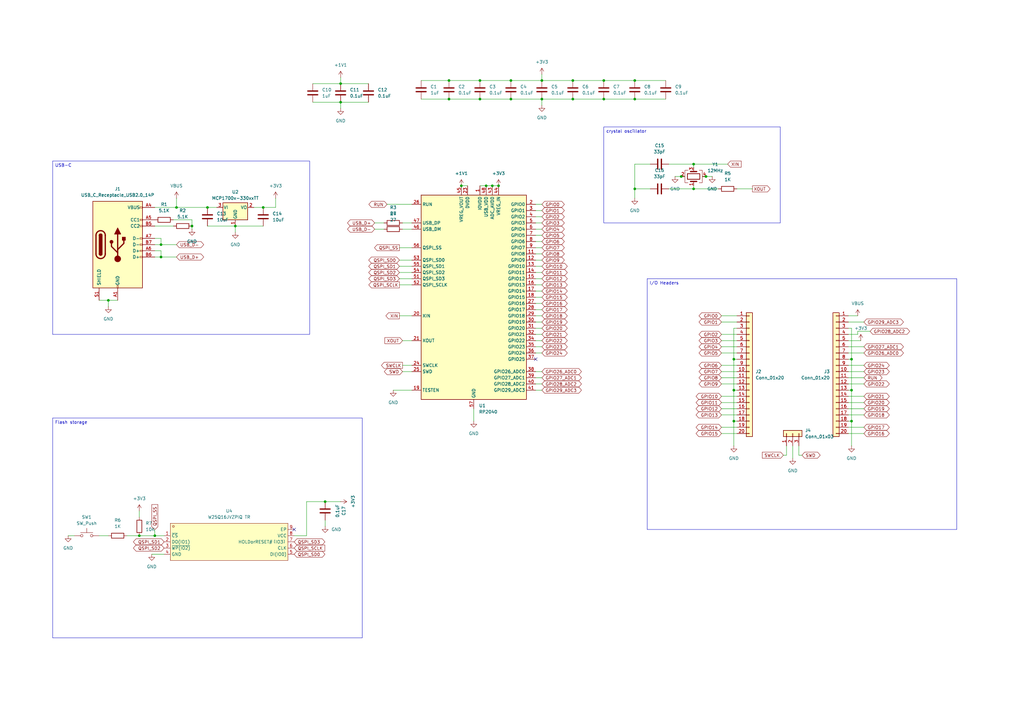
<source format=kicad_sch>
(kicad_sch (version 20250114) (generator "eeschema") (generator_version "9.0")
  (paper "A3")
  (lib_symbols
    (symbol "Connector:USB_C_Receptacle_USB2.0_14P" (pin_names (offset 1.016))
      (property "Reference" "J" (at 0 22.225 0))
      (property "Value" "USB_C_Receptacle_USB2.0_14P" (at 0 19.685 0))
      (symbol "USB_C_Receptacle_USB2.0_14P_1_1"
        (pin passive line (at -7.62 -22.86 90) (length 5.08) (name "SHIELD") (number "S1"))
        (pin passive line (at 0 -22.86 90) (length 5.08) (name "GND") (number "A1"))
        (pin passive line (at 0 -22.86 90) (length 5.08) (hide yes) (name "GND") (number "A12"))
        (pin passive line (at 0 -22.86 90) (length 5.08) (hide yes) (name "GND") (number "B1"))
        (pin passive line (at 0 -22.86 90) (length 5.08) (hide yes) (name "GND") (number "B12"))
        (pin passive line (at 15.24 15.24 180) (length 5.08) (name "VBUS") (number "A4"))
        (pin passive line (at 15.24 15.24 180) (length 5.08) (hide yes) (name "VBUS") (number "A9"))
        (pin passive line (at 15.24 15.24 180) (length 5.08) (hide yes) (name "VBUS") (number "B4"))
        (pin passive line (at 15.24 15.24 180) (length 5.08) (hide yes) (name "VBUS") (number "B9"))
        (pin bidirectional line (at 15.24 10.16 180) (length 5.08) (name "CC1") (number "A5"))
        (pin bidirectional line (at 15.24 7.62 180) (length 5.08) (name "CC2") (number "B5"))
        (pin bidirectional line (at 15.24 2.54 180) (length 5.08) (name "D-") (number "A7"))
        (pin bidirectional line (at 15.24 0 180) (length 5.08) (name "D-") (number "B7"))
        (pin bidirectional line (at 15.24 -2.54 180) (length 5.08) (name "D+") (number "A6"))
        (pin bidirectional line (at 15.24 -5.08 180) (length 5.08) (name "D+") (number "B6"))
      )
    )
    (symbol "Connector_Generic:Conn_01x03" (pin_names (offset 1.016) (hide yes))
      (property "Reference" "J" (at 0 5.08 0))
      (property "Value" "Conn_01x03" (at 0 -5.08 0))
      (symbol "Conn_01x03_1_1"
        (pin passive line (at -5.08 2.54 0) (length 3.81) (name "Pin_1") (number "1"))
        (pin passive line (at -5.08 0 0) (length 3.81) (name "Pin_2") (number "2"))
        (pin passive line (at -5.08 -2.54 0) (length 3.81) (name "Pin_3") (number "3"))
      )
    )
    (symbol "Connector_Generic:Conn_01x20" (pin_names (offset 1.016) (hide yes))
      (property "Reference" "J" (at 0 25.4 0))
      (property "Value" "Conn_01x20" (at 0 -27.94 0))
      (symbol "Conn_01x20_1_1"
        (pin passive line (at -5.08 22.86 0) (length 3.81) (name "Pin_1") (number "1"))
        (pin passive line (at -5.08 20.32 0) (length 3.81) (name "Pin_2") (number "2"))
        (pin passive line (at -5.08 17.78 0) (length 3.81) (name "Pin_3") (number "3"))
        (pin passive line (at -5.08 15.24 0) (length 3.81) (name "Pin_4") (number "4"))
        (pin passive line (at -5.08 12.7 0) (length 3.81) (name "Pin_5") (number "5"))
        (pin passive line (at -5.08 10.16 0) (length 3.81) (name "Pin_6") (number "6"))
        (pin passive line (at -5.08 7.62 0) (length 3.81) (name "Pin_7") (number "7"))
        (pin passive line (at -5.08 5.08 0) (length 3.81) (name "Pin_8") (number "8"))
        (pin passive line (at -5.08 2.54 0) (length 3.81) (name "Pin_9") (number "9"))
        (pin passive line (at -5.08 0 0) (length 3.81) (name "Pin_10") (number "10"))
        (pin passive line (at -5.08 -2.54 0) (length 3.81) (name "Pin_11") (number "11"))
        (pin passive line (at -5.08 -5.08 0) (length 3.81) (name "Pin_12") (number "12"))
        (pin passive line (at -5.08 -7.62 0) (length 3.81) (name "Pin_13") (number "13"))
        (pin passive line (at -5.08 -10.16 0) (length 3.81) (name "Pin_14") (number "14"))
        (pin passive line (at -5.08 -12.7 0) (length 3.81) (name "Pin_15") (number "15"))
        (pin passive line (at -5.08 -15.24 0) (length 3.81) (name "Pin_16") (number "16"))
        (pin passive line (at -5.08 -17.78 0) (length 3.81) (name "Pin_17") (number "17"))
        (pin passive line (at -5.08 -20.32 0) (length 3.81) (name "Pin_18") (number "18"))
        (pin passive line (at -5.08 -22.86 0) (length 3.81) (name "Pin_19") (number "19"))
        (pin passive line (at -5.08 -25.4 0) (length 3.81) (name "Pin_20") (number "20"))
      )
    )
    (symbol "Device:C" (pin_numbers (hide yes)) (pin_names (offset 0.254))
      (property "Reference" "C" (at 0.635 2.54 0))
      (property "Value" "C" (at 0.635 -2.54 0))
      (symbol "C_1_1"
        (pin passive line (at 0 3.81 270) (length 2.794) (name "~") (number "1"))
        (pin passive line (at 0 -3.81 90) (length 2.794) (name "~") (number "2"))
      )
    )
    (symbol "Device:Crystal_GND24" (pin_names (offset 1.016) (hide yes))
      (property "Reference" "Y" (at 3.175 5.08 0))
      (property "Value" "Crystal_GND24" (at 3.175 3.175 0))
      (symbol "Crystal_GND24_1_1"
        (pin passive line (at -3.81 0 0) (length 1.27) (name "1") (number "1"))
        (pin passive line (at 0 5.08 270) (length 1.27) (name "2") (number "2"))
        (pin passive line (at 0 -5.08 90) (length 1.27) (name "4") (number "4"))
        (pin passive line (at 3.81 0 180) (length 1.27) (name "3") (number "3"))
      )
    )
    (symbol "Device:R" (pin_numbers (hide yes)) (pin_names (offset 0))
      (property "Reference" "R" (at 2.032 0 90))
      (property "Value" "R" (at 0 0 90))
      (symbol "R_1_1"
        (pin passive line (at 0 3.81 270) (length 1.27) (name "~") (number "1"))
        (pin passive line (at 0 -3.81 90) (length 1.27) (name "~") (number "2"))
      )
    )
    (symbol "MCU_RaspberryPi:RP2040"
      (property "Reference" "U" (at 17.78 45.72 0))
      (property "Value" "RP2040" (at 17.78 43.18 0))
      (symbol "RP2040_1_1"
        (pin input line (at -25.4 38.1 0) (length 3.81) (name "RUN") (number "26"))
        (pin bidirectional line (at -25.4 30.48 0) (length 3.81) (name "USB_DP") (number "47"))
        (pin bidirectional line (at -25.4 27.94 0) (length 3.81) (name "USB_DM") (number "46"))
        (pin bidirectional line (at -25.4 20.32 0) (length 3.81) (name "QSPI_SS") (number "56"))
        (pin bidirectional line (at -25.4 15.24 0) (length 3.81) (name "QSPI_SD0") (number "53"))
        (pin bidirectional line (at -25.4 12.7 0) (length 3.81) (name "QSPI_SD1") (number "55"))
        (pin bidirectional line (at -25.4 10.16 0) (length 3.81) (name "QSPI_SD2") (number "54"))
        (pin bidirectional line (at -25.4 7.62 0) (length 3.81) (name "QSPI_SD3") (number "51"))
        (pin output line (at -25.4 5.08 0) (length 3.81) (name "QSPI_SCLK") (number "52"))
        (pin input line (at -25.4 -7.62 0) (length 3.81) (name "XIN") (number "20"))
        (pin passive line (at -25.4 -17.78 0) (length 3.81) (name "XOUT") (number "21"))
        (pin input line (at -25.4 -27.94 0) (length 3.81) (name "SWCLK") (number "24"))
        (pin bidirectional line (at -25.4 -30.48 0) (length 3.81) (name "SWD") (number "25"))
        (pin input line (at -25.4 -38.1 0) (length 3.81) (name "TESTEN") (number "19"))
        (pin power_out line (at -5.08 45.72 270) (length 3.81) (name "VREG_VOUT") (number "45"))
        (pin power_in line (at -2.54 45.72 270) (length 3.81) (name "DVDD") (number "23"))
        (pin passive line (at -2.54 45.72 270) (length 3.81) (hide yes) (name "DVDD") (number "50"))
        (pin power_in line (at 0 -45.72 90) (length 3.81) (name "GND") (number "57"))
        (pin power_in line (at 2.54 45.72 270) (length 3.81) (name "IOVDD") (number "1"))
        (pin passive line (at 2.54 45.72 270) (length 3.81) (hide yes) (name "IOVDD") (number "10"))
        (pin passive line (at 2.54 45.72 270) (length 3.81) (hide yes) (name "IOVDD") (number "22"))
        (pin passive line (at 2.54 45.72 270) (length 3.81) (hide yes) (name "IOVDD") (number "33"))
        (pin passive line (at 2.54 45.72 270) (length 3.81) (hide yes) (name "IOVDD") (number "42"))
        (pin passive line (at 2.54 45.72 270) (length 3.81) (hide yes) (name "IOVDD") (number "49"))
        (pin power_in line (at 5.08 45.72 270) (length 3.81) (name "USB_VDD") (number "48"))
        (pin power_in line (at 7.62 45.72 270) (length 3.81) (name "ADC_AVDD") (number "43"))
        (pin power_in line (at 10.16 45.72 270) (length 3.81) (name "VREG_IN") (number "44"))
        (pin bidirectional line (at 25.4 38.1 180) (length 3.81) (name "GPIO0") (number "2"))
        (pin bidirectional line (at 25.4 35.56 180) (length 3.81) (name "GPIO1") (number "3"))
        (pin bidirectional line (at 25.4 33.02 180) (length 3.81) (name "GPIO2") (number "4"))
        (pin bidirectional line (at 25.4 30.48 180) (length 3.81) (name "GPIO3") (number "5"))
        (pin bidirectional line (at 25.4 27.94 180) (length 3.81) (name "GPIO4") (number "6"))
        (pin bidirectional line (at 25.4 25.4 180) (length 3.81) (name "GPIO5") (number "7"))
        (pin bidirectional line (at 25.4 22.86 180) (length 3.81) (name "GPIO6") (number "8"))
        (pin bidirectional line (at 25.4 20.32 180) (length 3.81) (name "GPIO7") (number "9"))
        (pin bidirectional line (at 25.4 17.78 180) (length 3.81) (name "GPIO8") (number "11"))
        (pin bidirectional line (at 25.4 15.24 180) (length 3.81) (name "GPIO9") (number "12"))
        (pin bidirectional line (at 25.4 12.7 180) (length 3.81) (name "GPIO10") (number "13"))
        (pin bidirectional line (at 25.4 10.16 180) (length 3.81) (name "GPIO11") (number "14"))
        (pin bidirectional line (at 25.4 7.62 180) (length 3.81) (name "GPIO12") (number "15"))
        (pin bidirectional line (at 25.4 5.08 180) (length 3.81) (name "GPIO13") (number "16"))
        (pin bidirectional line (at 25.4 2.54 180) (length 3.81) (name "GPIO14") (number "17"))
        (pin bidirectional line (at 25.4 0 180) (length 3.81) (name "GPIO15") (number "18"))
        (pin bidirectional line (at 25.4 -2.54 180) (length 3.81) (name "GPIO16") (number "27"))
        (pin bidirectional line (at 25.4 -5.08 180) (length 3.81) (name "GPIO17") (number "28"))
        (pin bidirectional line (at 25.4 -7.62 180) (length 3.81) (name "GPIO18") (number "29"))
        (pin bidirectional line (at 25.4 -10.16 180) (length 3.81) (name "GPIO19") (number "30"))
        (pin bidirectional line (at 25.4 -12.7 180) (length 3.81) (name "GPIO20") (number "31"))
        (pin bidirectional line (at 25.4 -15.24 180) (length 3.81) (name "GPIO21") (number "32"))
        (pin bidirectional line (at 25.4 -17.78 180) (length 3.81) (name "GPIO22") (number "34"))
        (pin bidirectional line (at 25.4 -20.32 180) (length 3.81) (name "GPIO23") (number "35"))
        (pin bidirectional line (at 25.4 -22.86 180) (length 3.81) (name "GPIO24") (number "36"))
        (pin bidirectional line (at 25.4 -25.4 180) (length 3.81) (name "GPIO25") (number "37"))
        (pin bidirectional line (at 25.4 -30.48 180) (length 3.81) (name "GPIO26_ADC0") (number "38"))
        (pin bidirectional line (at 25.4 -33.02 180) (length 3.81) (name "GPIO27_ADC1") (number "39"))
        (pin bidirectional line (at 25.4 -35.56 180) (length 3.81) (name "GPIO28_ADC2") (number "40"))
        (pin bidirectional line (at 25.4 -38.1 180) (length 3.81) (name "GPIO29_ADC3") (number "41"))
      )
    )
    (symbol "Regulator_Linear:MCP1700x-330xxTT" (pin_names (offset 0.254))
      (property "Reference" "U" (at -3.81 3.175 0))
      (property "Value" "MCP1700x-330xxTT" (at 0 3.175 0))
      (symbol "MCP1700x-330xxTT_1_1"
        (pin power_in line (at -7.62 0 0) (length 2.54) (name "VI") (number "3"))
        (pin power_in line (at 0 -7.62 90) (length 2.54) (name "GND") (number "1"))
        (pin power_out line (at 7.62 0 180) (length 2.54) (name "VO") (number "2"))
      )
    )
    (symbol "Switch:SW_Push" (pin_numbers (hide yes)) (pin_names (offset 1.016) (hide yes))
      (property "Reference" "SW" (at 1.27 2.54 0))
      (property "Value" "SW_Push" (at 0 -1.524 0))
      (symbol "SW_Push_0_1"
        (pin passive line (at -5.08 0 0) (length 2.54) (name "1") (number "1"))
        (pin passive line (at 5.08 0 180) (length 2.54) (name "2") (number "2"))
      )
    )
    (symbol "W25Q16JVZPIQ TR:W25Q16JVZPIQTR"
      (property "Reference" "U" (at 0 10.16 0))
      (property "Value" "W25Q16JVZPIQ TR" (at 0 -10.16 0))
      (symbol "W25Q16JVZPIQTR_0_1"
        (pin unspecified line (at -26.67 2.54 0) (length 2.54) (name "~{CS}") (number "1"))
        (pin unspecified line (at -26.67 0 0) (length 2.54) (name "DO(IO1)") (number "2"))
        (pin unspecified line (at -26.67 -2.54 0) (length 2.54) (name "~{WP(IO2)}") (number "3"))
        (pin unspecified line (at -26.67 -5.08 0) (length 2.54) (name "GND") (number "4"))
        (pin unspecified line (at 26.67 5.08 180) (length 2.54) (name "EP") (number "9"))
        (pin unspecified line (at 26.67 2.54 180) (length 2.54) (name "VCC") (number "8"))
        (pin unspecified line (at 26.67 0 180) (length 2.54) (name "HOLDorRESET#（IO3）") (number "7"))
        (pin unspecified line (at 26.67 -2.54 180) (length 2.54) (name "CLK") (number "6"))
        (pin unspecified line (at 26.67 -5.08 180) (length 2.54) (name "DI(IO0)") (number "5"))
      )
    )
    (symbol "power:+1V1" (power) (pin_numbers (hide yes)) (pin_names (offset 0) (hide yes))
      (property "Value" "+1V1" (at 0 3.556 0))
      (symbol "+1V1_1_1"
        (pin power_in line (at 0 0 90) (length 0) (name "~") (number "1"))
      )
    )
    (symbol "power:+3V3" (power) (pin_numbers (hide yes)) (pin_names (offset 0) (hide yes))
      (property "Value" "+3V3" (at 0 3.556 0))
      (symbol "+3V3_1_1"
        (pin power_in line (at 0 0 90) (length 0) (name "~") (number "1"))
      )
    )
    (symbol "power:GND" (power) (pin_numbers (hide yes)) (pin_names (offset 0) (hide yes))
      (property "Value" "GND" (at 0 -3.81 0))
      (symbol "GND_1_1"
        (pin power_in line (at 0 0 270) (length 0) (name "~") (number "1"))
      )
    )
    (symbol "power:VBUS" (power) (pin_numbers (hide yes)) (pin_names (offset 0) (hide yes))
      (property "Value" "VBUS" (at 0 3.556 0))
      (symbol "VBUS_1_1"
        (pin power_in line (at 0 0 90) (length 0) (name "~") (number "1"))
      )
    )
  )
  (text_box "Flash storage" (at 21.59 171.45 0) (size 127 90.17) (margins 0.9525 0.9525 0.9525 0.9525) (effects (font (size 1.27 1.27)) (justify left top)))
  (text_box "USB-C" (at 21.59 66.04 0) (size 105.41 71.12) (margins 0.9525 0.9525 0.9525 0.9525) (effects (font (size 1.27 1.27)) (justify left top)))
  (text_box "crystal oscillator" (at 247.65 52.07 0) (size 72.39 39.37) (margins 0.9525 0.9525 0.9525 0.9525) (effects (font (size 1.27 1.27)) (justify left top)))
  (text_box "I/O Headers" (at 265.43 114.3 0) (size 127 102.87) (margins 0.9525 0.9525 0.9525 0.9525) (effects (font (size 1.27 1.27)) (justify left top)))
  (junction (at 57.15 219.71))
  (junction (at 260.35 33.02))
  (junction (at 85.09 85.09))
  (junction (at 222.25 40.64))
  (junction (at 284.48 77.47))
  (junction (at 66.04 105.41))
  (junction (at 72.39 85.09))
  (junction (at 44.45 123.19))
  (junction (at 201.93 76.2))
  (junction (at 279.4 72.39))
  (junction (at 63.5 219.71))
  (junction (at 300.99 147.32))
  (junction (at 234.95 40.64))
  (junction (at 209.55 33.02))
  (junction (at 184.15 40.64))
  (junction (at 189.23 76.2))
  (junction (at 300.99 160.02))
  (junction (at 289.56 72.39))
  (junction (at 196.85 33.02))
  (junction (at 96.52 92.71))
  (junction (at 196.85 40.64))
  (junction (at 247.65 40.64))
  (junction (at 184.15 33.02))
  (junction (at 78.74 92.71))
  (junction (at 107.95 85.09))
  (junction (at 234.95 33.02))
  (junction (at 222.25 33.02))
  (junction (at 349.25 147.32))
  (junction (at 260.35 77.47))
  (junction (at 300.99 172.72))
  (junction (at 139.7 41.91))
  (junction (at 284.48 67.31))
  (junction (at 204.47 76.2))
  (junction (at 133.35 205.74))
  (junction (at 349.25 160.02))
  (junction (at 260.35 40.64))
  (junction (at 349.25 172.72))
  (junction (at 209.55 40.64))
  (junction (at 139.7 34.29))
  (junction (at 66.04 100.33))
  (junction (at 199.39 76.2))
  (junction (at 247.65 33.02))
  (no_connect (at 120.65 217.17))
  (no_connect (at 219.71 147.32))
  (wire (pts (xy 347.98 167.64) (xy 354.33 167.64)))
  (wire (pts (xy 57.15 209.55) (xy 57.15 212.09)))
  (wire (pts (xy 295.91 177.8) (xy 302.26 177.8)))
  (wire (pts (xy 139.7 41.91) (xy 151.13 41.91)))
  (wire (pts (xy 63.5 219.71) (xy 67.31 219.71)))
  (wire (pts (xy 349.25 160.02) (xy 349.25 172.72)))
  (wire (pts (xy 284.48 67.31) (xy 284.48 68.58)))
  (wire (pts (xy 295.91 149.86) (xy 302.26 149.86)))
  (wire (pts (xy 247.65 33.02) (xy 260.35 33.02)))
  (wire (pts (xy 325.12 187.96) (xy 325.12 182.88)))
  (wire (pts (xy 125.73 219.71) (xy 125.73 205.74)))
  (wire (pts (xy 66.04 97.79) (xy 66.04 100.33)))
  (wire (pts (xy 349.25 134.62) (xy 349.25 147.32)))
  (wire (pts (xy 347.98 175.26) (xy 354.33 175.26)))
  (wire (pts (xy 125.73 205.74) (xy 133.35 205.74)))
  (wire (pts (xy 222.25 88.9) (xy 219.71 88.9)))
  (wire (pts (xy 354.33 132.08) (xy 347.98 132.08)))
  (wire (pts (xy 85.09 92.71) (xy 96.52 92.71)))
  (wire (pts (xy 27.94 219.71) (xy 30.48 219.71)))
  (wire (pts (xy 295.91 132.08) (xy 302.26 132.08)))
  (wire (pts (xy 222.25 96.52) (xy 219.71 96.52)))
  (wire (pts (xy 328.93 186.69) (xy 327.66 186.69)))
  (wire (pts (xy 260.35 81.28) (xy 260.35 77.47)))
  (wire (pts (xy 78.74 90.17) (xy 78.74 92.71)))
  (wire (pts (xy 222.25 86.36) (xy 219.71 86.36)))
  (wire (pts (xy 62.23 227.33) (xy 67.31 227.33)))
  (wire (pts (xy 44.45 123.19) (xy 48.26 123.19)))
  (wire (pts (xy 295.91 165.1) (xy 302.26 165.1)))
  (wire (pts (xy 327.66 186.69) (xy 327.66 182.88)))
  (wire (pts (xy 295.91 139.7) (xy 302.26 139.7)))
  (wire (pts (xy 300.99 147.32) (xy 300.99 160.02)))
  (wire (pts (xy 165.1 91.44) (xy 168.91 91.44)))
  (wire (pts (xy 222.25 119.38) (xy 219.71 119.38)))
  (wire (pts (xy 234.95 33.02) (xy 247.65 33.02)))
  (wire (pts (xy 222.25 142.24) (xy 219.71 142.24)))
  (wire (pts (xy 222.25 127) (xy 219.71 127)))
  (wire (pts (xy 209.55 40.64) (xy 222.25 40.64)))
  (wire (pts (xy 113.03 85.09) (xy 107.95 85.09)))
  (wire (pts (xy 266.7 67.31) (xy 260.35 67.31)))
  (wire (pts (xy 172.72 40.64) (xy 184.15 40.64)))
  (wire (pts (xy 349.25 182.88) (xy 349.25 172.72)))
  (wire (pts (xy 284.48 77.47) (xy 294.64 77.47)))
  (wire (pts (xy 120.65 219.71) (xy 125.73 219.71)))
  (wire (pts (xy 63.5 85.09) (xy 72.39 85.09)))
  (wire (pts (xy 274.32 77.47) (xy 284.48 77.47)))
  (wire (pts (xy 295.91 152.4) (xy 302.26 152.4)))
  (wire (pts (xy 347.98 142.24) (xy 354.33 142.24)))
  (wire (pts (xy 295.91 170.18) (xy 302.26 170.18)))
  (wire (pts (xy 295.91 162.56) (xy 302.26 162.56)))
  (wire (pts (xy 222.25 33.02) (xy 234.95 33.02)))
  (wire (pts (xy 322.58 186.69) (xy 322.58 182.88)))
  (wire (pts (xy 201.93 76.2) (xy 204.47 76.2)))
  (wire (pts (xy 163.83 116.84) (xy 168.91 116.84)))
  (wire (pts (xy 161.29 160.02) (xy 168.91 160.02)))
  (wire (pts (xy 222.25 93.98) (xy 219.71 93.98)))
  (wire (pts (xy 295.91 137.16) (xy 302.26 137.16)))
  (wire (pts (xy 63.5 100.33) (xy 66.04 100.33)))
  (wire (pts (xy 222.25 43.18) (xy 222.25 40.64)))
  (wire (pts (xy 184.15 40.64) (xy 196.85 40.64)))
  (wire (pts (xy 295.91 142.24) (xy 302.26 142.24)))
  (wire (pts (xy 139.7 34.29) (xy 151.13 34.29)))
  (wire (pts (xy 276.86 72.39) (xy 279.4 72.39)))
  (wire (pts (xy 284.48 67.31) (xy 298.45 67.31)))
  (wire (pts (xy 222.25 139.7) (xy 219.71 139.7)))
  (wire (pts (xy 40.64 219.71) (xy 44.45 219.71)))
  (wire (pts (xy 222.25 101.6) (xy 219.71 101.6)))
  (wire (pts (xy 196.85 76.2) (xy 199.39 76.2)))
  (wire (pts (xy 66.04 100.33) (xy 72.39 100.33)))
  (wire (pts (xy 222.25 111.76) (xy 219.71 111.76)))
  (wire (pts (xy 222.25 129.54) (xy 219.71 129.54)))
  (wire (pts (xy 302.26 134.62) (xy 300.99 134.62)))
  (wire (pts (xy 302.26 77.47) (xy 308.61 77.47)))
  (wire (pts (xy 279.4 72.39) (xy 280.67 72.39)))
  (wire (pts (xy 349.25 147.32) (xy 347.98 147.32)))
  (wire (pts (xy 347.98 177.8) (xy 354.33 177.8)))
  (wire (pts (xy 222.25 40.64) (xy 234.95 40.64)))
  (wire (pts (xy 163.83 101.6) (xy 168.91 101.6)))
  (wire (pts (xy 222.25 116.84) (xy 219.71 116.84)))
  (wire (pts (xy 288.29 72.39) (xy 289.56 72.39)))
  (wire (pts (xy 44.45 125.73) (xy 44.45 123.19)))
  (wire (pts (xy 349.25 147.32) (xy 349.25 160.02)))
  (wire (pts (xy 163.83 111.76) (xy 168.91 111.76)))
  (wire (pts (xy 222.25 104.14) (xy 219.71 104.14)))
  (wire (pts (xy 222.25 144.78) (xy 219.71 144.78)))
  (wire (pts (xy 222.25 106.68) (xy 219.71 106.68)))
  (wire (pts (xy 347.98 144.78) (xy 354.33 144.78)))
  (wire (pts (xy 165.1 149.86) (xy 168.91 149.86)))
  (wire (pts (xy 165.1 139.7) (xy 168.91 139.7)))
  (wire (pts (xy 222.25 134.62) (xy 219.71 134.62)))
  (wire (pts (xy 321.31 186.69) (xy 322.58 186.69)))
  (wire (pts (xy 222.25 30.48) (xy 222.25 33.02)))
  (wire (pts (xy 52.07 219.71) (xy 57.15 219.71)))
  (wire (pts (xy 63.5 217.17) (xy 63.5 219.71)))
  (wire (pts (xy 40.64 123.19) (xy 44.45 123.19)))
  (wire (pts (xy 128.27 41.91) (xy 139.7 41.91)))
  (wire (pts (xy 260.35 40.64) (xy 273.05 40.64)))
  (wire (pts (xy 347.98 172.72) (xy 349.25 172.72)))
  (wire (pts (xy 260.35 67.31) (xy 260.35 77.47)))
  (wire (pts (xy 163.83 106.68) (xy 168.91 106.68)))
  (wire (pts (xy 78.74 93.98) (xy 78.74 92.71)))
  (wire (pts (xy 128.27 34.29) (xy 139.7 34.29)))
  (wire (pts (xy 247.65 40.64) (xy 260.35 40.64)))
  (wire (pts (xy 295.91 175.26) (xy 302.26 175.26)))
  (wire (pts (xy 260.35 33.02) (xy 273.05 33.02)))
  (wire (pts (xy 139.7 205.74) (xy 133.35 205.74)))
  (wire (pts (xy 222.25 121.92) (xy 219.71 121.92)))
  (wire (pts (xy 172.72 33.02) (xy 184.15 33.02)))
  (wire (pts (xy 234.95 40.64) (xy 247.65 40.64)))
  (wire (pts (xy 222.25 91.44) (xy 219.71 91.44)))
  (wire (pts (xy 222.25 152.4) (xy 219.71 152.4)))
  (wire (pts (xy 347.98 160.02) (xy 349.25 160.02)))
  (wire (pts (xy 300.99 160.02) (xy 300.99 172.72)))
  (wire (pts (xy 347.98 157.48) (xy 354.33 157.48)))
  (wire (pts (xy 113.03 81.28) (xy 113.03 85.09)))
  (wire (pts (xy 347.98 154.94) (xy 354.33 154.94)))
  (wire (pts (xy 300.99 134.62) (xy 300.99 147.32)))
  (wire (pts (xy 71.12 90.17) (xy 78.74 90.17)))
  (wire (pts (xy 222.25 160.02) (xy 219.71 160.02)))
  (wire (pts (xy 353.06 139.7) (xy 347.98 139.7)))
  (wire (pts (xy 351.79 135.89) (xy 356.87 135.89)))
  (wire (pts (xy 222.25 109.22) (xy 219.71 109.22)))
  (wire (pts (xy 96.52 92.71) (xy 107.95 92.71)))
  (wire (pts (xy 133.35 215.9) (xy 133.35 213.36)))
  (wire (pts (xy 153.67 91.44) (xy 157.48 91.44)))
  (wire (pts (xy 158.75 83.82) (xy 168.91 83.82)))
  (wire (pts (xy 72.39 85.09) (xy 85.09 85.09)))
  (wire (pts (xy 295.91 144.78) (xy 302.26 144.78)))
  (wire (pts (xy 222.25 154.94) (xy 219.71 154.94)))
  (wire (pts (xy 139.7 44.45) (xy 139.7 41.91)))
  (wire (pts (xy 163.83 114.3) (xy 168.91 114.3)))
  (wire (pts (xy 57.15 219.71) (xy 63.5 219.71)))
  (wire (pts (xy 63.5 105.41) (xy 66.04 105.41)))
  (wire (pts (xy 222.25 132.08) (xy 219.71 132.08)))
  (wire (pts (xy 63.5 102.87) (xy 66.04 102.87)))
  (wire (pts (xy 295.91 129.54) (xy 302.26 129.54)))
  (wire (pts (xy 347.98 134.62) (xy 349.25 134.62)))
  (wire (pts (xy 196.85 40.64) (xy 209.55 40.64)))
  (wire (pts (xy 194.31 172.72) (xy 194.31 167.64)))
  (wire (pts (xy 66.04 105.41) (xy 72.39 105.41)))
  (wire (pts (xy 153.67 93.98) (xy 157.48 93.98)))
  (wire (pts (xy 347.98 152.4) (xy 354.33 152.4)))
  (wire (pts (xy 196.85 33.02) (xy 209.55 33.02)))
  (wire (pts (xy 300.99 160.02) (xy 302.26 160.02)))
  (wire (pts (xy 139.7 31.75) (xy 139.7 34.29)))
  (wire (pts (xy 163.83 129.54) (xy 168.91 129.54)))
  (wire (pts (xy 184.15 33.02) (xy 196.85 33.02)))
  (wire (pts (xy 222.25 99.06) (xy 219.71 99.06)))
  (wire (pts (xy 347.98 162.56) (xy 354.33 162.56)))
  (wire (pts (xy 72.39 81.28) (xy 72.39 85.09)))
  (wire (pts (xy 351.79 137.16) (xy 351.79 135.89)))
  (wire (pts (xy 163.83 109.22) (xy 168.91 109.22)))
  (wire (pts (xy 295.91 154.94) (xy 302.26 154.94)))
  (wire (pts (xy 274.32 67.31) (xy 284.48 67.31)))
  (wire (pts (xy 351.79 129.54) (xy 347.98 129.54)))
  (wire (pts (xy 96.52 95.25) (xy 96.52 92.71)))
  (wire (pts (xy 165.1 152.4) (xy 168.91 152.4)))
  (wire (pts (xy 209.55 33.02) (xy 222.25 33.02)))
  (wire (pts (xy 295.91 167.64) (xy 302.26 167.64)))
  (wire (pts (xy 189.23 76.2) (xy 191.77 76.2)))
  (wire (pts (xy 300.99 172.72) (xy 302.26 172.72)))
  (wire (pts (xy 222.25 83.82) (xy 219.71 83.82)))
  (wire (pts (xy 165.1 93.98) (xy 168.91 93.98)))
  (wire (pts (xy 85.09 85.09) (xy 88.9 85.09)))
  (wire (pts (xy 347.98 149.86) (xy 354.33 149.86)))
  (wire (pts (xy 260.35 77.47) (xy 266.7 77.47)))
  (wire (pts (xy 107.95 85.09) (xy 104.14 85.09)))
  (wire (pts (xy 347.98 170.18) (xy 354.33 170.18)))
  (wire (pts (xy 66.04 102.87) (xy 66.04 105.41)))
  (wire (pts (xy 347.98 137.16) (xy 351.79 137.16)))
  (wire (pts (xy 300.99 147.32) (xy 302.26 147.32)))
  (wire (pts (xy 222.25 137.16) (xy 219.71 137.16)))
  (wire (pts (xy 284.48 76.2) (xy 284.48 77.47)))
  (wire (pts (xy 222.25 114.3) (xy 219.71 114.3)))
  (wire (pts (xy 63.5 97.79) (xy 66.04 97.79)))
  (wire (pts (xy 295.91 157.48) (xy 302.26 157.48)))
  (wire (pts (xy 199.39 76.2) (xy 201.93 76.2)))
  (wire (pts (xy 347.98 165.1) (xy 354.33 165.1)))
  (wire (pts (xy 222.25 157.48) (xy 219.71 157.48)))
  (wire (pts (xy 222.25 124.46) (xy 219.71 124.46)))
  (wire (pts (xy 289.56 72.39) (xy 292.1 72.39)))
  (wire (pts (xy 300.99 182.88) (xy 300.99 172.72)))
  (wire (pts (xy 71.12 92.71) (xy 63.5 92.71)))
  (global_label "GPIO22" (shape bidirectional) (at 222.25 139.7 0) (property "Intersheetrefs" "${INTERSHEET_REFS}" (effects (hide yes))))
  (global_label "GPIO29_ADC3" (shape bidirectional) (at 354.33 132.08 0) (property "Intersheetrefs" "${INTERSHEET_REFS}" (effects (hide yes))))
  (global_label "GPIO9" (shape bidirectional) (at 295.91 157.48 180) (property "Intersheetrefs" "${INTERSHEET_REFS}" (effects (hide yes))))
  (global_label "GPIO5" (shape bidirectional) (at 295.91 144.78 180) (property "Intersheetrefs" "${INTERSHEET_REFS}" (effects (hide yes))))
  (global_label "GPIO29_ADC3" (shape bidirectional) (at 222.25 160.02 0) (property "Intersheetrefs" "${INTERSHEET_REFS}" (effects (hide yes))))
  (global_label "GPIO15" (shape bidirectional) (at 222.25 121.92 0) (property "Intersheetrefs" "${INTERSHEET_REFS}" (effects (hide yes))))
  (global_label "GPIO6" (shape bidirectional) (at 295.91 149.86 180) (property "Intersheetrefs" "${INTERSHEET_REFS}" (effects (hide yes))))
  (global_label "GPIO8" (shape bidirectional) (at 222.25 104.14 0) (property "Intersheetrefs" "${INTERSHEET_REFS}" (effects (hide yes))))
  (global_label "SWCLK" (shape output) (at 165.1 149.86 180) (property "Intersheetrefs" "${INTERSHEET_REFS}" (effects (hide yes))))
  (global_label "GPIO7" (shape bidirectional) (at 295.91 152.4 180) (property "Intersheetrefs" "${INTERSHEET_REFS}" (effects (hide yes))))
  (global_label "GPIO1" (shape bidirectional) (at 295.91 132.08 180) (property "Intersheetrefs" "${INTERSHEET_REFS}" (effects (hide yes))))
  (global_label "GPIO20" (shape bidirectional) (at 222.25 134.62 0) (property "Intersheetrefs" "${INTERSHEET_REFS}" (effects (hide yes))))
  (global_label "GPIO14" (shape bidirectional) (at 222.25 119.38 0) (property "Intersheetrefs" "${INTERSHEET_REFS}" (effects (hide yes))))
  (global_label "GPIO18" (shape bidirectional) (at 222.25 129.54 0) (property "Intersheetrefs" "${INTERSHEET_REFS}" (effects (hide yes))))
  (global_label "GPIO8" (shape bidirectional) (at 295.91 154.94 180) (property "Intersheetrefs" "${INTERSHEET_REFS}" (effects (hide yes))))
  (global_label "GPIO20" (shape bidirectional) (at 354.33 165.1 0) (property "Intersheetrefs" "${INTERSHEET_REFS}" (effects (hide yes))))
  (global_label "GPIO10" (shape bidirectional) (at 295.91 162.56 180) (property "Intersheetrefs" "${INTERSHEET_REFS}" (effects (hide yes))))
  (global_label "QSPI_SS" (shape output) (at 163.83 101.6 180) (property "Intersheetrefs" "${INTERSHEET_REFS}" (effects (hide yes))))
  (global_label "GPIO28_ADC2" (shape bidirectional) (at 222.25 157.48 0) (property "Intersheetrefs" "${INTERSHEET_REFS}" (effects (hide yes))))
  (global_label "GPIO6" (shape bidirectional) (at 222.25 99.06 0) (property "Intersheetrefs" "${INTERSHEET_REFS}" (effects (hide yes))))
  (global_label "GPIO27_ADC1" (shape bidirectional) (at 354.33 142.24 0) (property "Intersheetrefs" "${INTERSHEET_REFS}" (effects (hide yes))))
  (global_label "SWCLK" (shape input) (at 321.31 186.69 180) (property "Intersheetrefs" "${INTERSHEET_REFS}" (effects (hide yes))))
  (global_label "GPIO24" (shape bidirectional) (at 222.25 144.78 0) (property "Intersheetrefs" "${INTERSHEET_REFS}" (effects (hide yes))))
  (global_label "GPIO3" (shape bidirectional) (at 295.91 139.7 180) (property "Intersheetrefs" "${INTERSHEET_REFS}" (effects (hide yes))))
  (global_label "GPIO24" (shape bidirectional) (at 354.33 149.86 0) (property "Intersheetrefs" "${INTERSHEET_REFS}" (effects (hide yes))))
  (global_label "GPIO26_ADC0" (shape bidirectional) (at 222.25 152.4 0) (property "Intersheetrefs" "${INTERSHEET_REFS}" (effects (hide yes))))
  (global_label "GPIO28_ADC2" (shape bidirectional) (at 356.87 135.89 0) (property "Intersheetrefs" "${INTERSHEET_REFS}" (effects (hide yes))))
  (global_label "GPIO21" (shape bidirectional) (at 222.25 137.16 0) (property "Intersheetrefs" "${INTERSHEET_REFS}" (effects (hide yes))))
  (global_label "GPIO19" (shape bidirectional) (at 222.25 132.08 0) (property "Intersheetrefs" "${INTERSHEET_REFS}" (effects (hide yes))))
  (global_label "QSPI_SD1" (shape bidirectional) (at 163.83 109.22 180) (property "Intersheetrefs" "${INTERSHEET_REFS}" (effects (hide yes))))
  (global_label "GPIO17" (shape bidirectional) (at 222.25 127 0) (property "Intersheetrefs" "${INTERSHEET_REFS}" (effects (hide yes))))
  (global_label "GPIO23" (shape bidirectional) (at 354.33 152.4 0) (property "Intersheetrefs" "${INTERSHEET_REFS}" (effects (hide yes))))
  (global_label "QSPI_SD0" (shape bidirectional) (at 163.83 106.68 180) (property "Intersheetrefs" "${INTERSHEET_REFS}" (effects (hide yes))))
  (global_label "GPIO13" (shape bidirectional) (at 222.25 116.84 0) (property "Intersheetrefs" "${INTERSHEET_REFS}" (effects (hide yes))))
  (global_label "GPIO27_ADC1" (shape bidirectional) (at 222.25 154.94 0) (property "Intersheetrefs" "${INTERSHEET_REFS}" (effects (hide yes))))
  (global_label "SWD" (shape bidirectional) (at 328.93 186.69 0) (property "Intersheetrefs" "${INTERSHEET_REFS}" (effects (hide yes))))
  (global_label "QSPI_SD2" (shape bidirectional) (at 67.31 224.79 180) (property "Intersheetrefs" "${INTERSHEET_REFS}" (effects (hide yes))))
  (global_label "XOUT" (shape input) (at 165.1 139.7 180) (property "Intersheetrefs" "${INTERSHEET_REFS}" (effects (hide yes))))
  (global_label "GPIO26_ADC0" (shape bidirectional) (at 354.33 144.78 0) (property "Intersheetrefs" "${INTERSHEET_REFS}" (effects (hide yes))))
  (global_label "XIN" (shape output) (at 163.83 129.54 180) (property "Intersheetrefs" "${INTERSHEET_REFS}" (effects (hide yes))))
  (global_label "QSPI_SS" (shape input) (at 63.5 217.17 90) (property "Intersheetrefs" "${INTERSHEET_REFS}" (effects (hide yes))))
  (global_label "GPIO10" (shape bidirectional) (at 222.25 109.22 0) (property "Intersheetrefs" "${INTERSHEET_REFS}" (effects (hide yes))))
  (global_label "SWD" (shape bidirectional) (at 165.1 152.4 180) (property "Intersheetrefs" "${INTERSHEET_REFS}" (effects (hide yes))))
  (global_label "GPIO1" (shape bidirectional) (at 222.25 86.36 0) (property "Intersheetrefs" "${INTERSHEET_REFS}" (effects (hide yes))))
  (global_label "QSPI_SCLK" (shape input) (at 120.65 224.79 0) (property "Intersheetrefs" "${INTERSHEET_REFS}" (effects (hide yes))))
  (global_label "GPIO21" (shape bidirectional) (at 354.33 162.56 0) (property "Intersheetrefs" "${INTERSHEET_REFS}" (effects (hide yes))))
  (global_label "GPIO16" (shape bidirectional) (at 354.33 177.8 0) (property "Intersheetrefs" "${INTERSHEET_REFS}" (effects (hide yes))))
  (global_label "RUN" (shape bidirectional) (at 158.75 83.82 180) (property "Intersheetrefs" "${INTERSHEET_REFS}" (effects (hide yes))))
  (global_label "GPIO12" (shape bidirectional) (at 222.25 114.3 0) (property "Intersheetrefs" "${INTERSHEET_REFS}" (effects (hide yes))))
  (global_label "QSPI_SD1" (shape bidirectional) (at 67.31 222.25 180) (property "Intersheetrefs" "${INTERSHEET_REFS}" (effects (hide yes))))
  (global_label "GPIO11" (shape bidirectional) (at 222.25 111.76 0) (property "Intersheetrefs" "${INTERSHEET_REFS}" (effects (hide yes))))
  (global_label "GPIO16" (shape bidirectional) (at 222.25 124.46 0) (property "Intersheetrefs" "${INTERSHEET_REFS}" (effects (hide yes))))
  (global_label "GPIO9" (shape bidirectional) (at 222.25 106.68 0) (property "Intersheetrefs" "${INTERSHEET_REFS}" (effects (hide yes))))
  (global_label "GPIO12" (shape bidirectional) (at 295.91 167.64 180) (property "Intersheetrefs" "${INTERSHEET_REFS}" (effects (hide yes))))
  (global_label "USB_D-" (shape bidirectional) (at 153.67 93.98 180) (property "Intersheetrefs" "${INTERSHEET_REFS}" (effects (hide yes))))
  (global_label "GPIO0" (shape bidirectional) (at 222.25 83.82 0) (property "Intersheetrefs" "${INTERSHEET_REFS}" (effects (hide yes))))
  (global_label "USB_D-" (shape bidirectional) (at 72.39 100.33 0) (property "Intersheetrefs" "${INTERSHEET_REFS}" (effects (hide yes))))
  (global_label "XOUT" (shape output) (at 308.61 77.47 0) (property "Intersheetrefs" "${INTERSHEET_REFS}" (effects (hide yes))))
  (global_label "XIN" (shape input) (at 298.45 67.31 0) (property "Intersheetrefs" "${INTERSHEET_REFS}" (effects (hide yes))))
  (global_label "QSPI_SD2" (shape bidirectional) (at 163.83 111.76 180) (property "Intersheetrefs" "${INTERSHEET_REFS}" (effects (hide yes))))
  (global_label "QSPI_SD3" (shape bidirectional) (at 120.65 222.25 0) (property "Intersheetrefs" "${INTERSHEET_REFS}" (effects (hide yes))))
  (global_label "GPIO14" (shape bidirectional) (at 295.91 175.26 180) (property "Intersheetrefs" "${INTERSHEET_REFS}" (effects (hide yes))))
  (global_label "GPIO18" (shape bidirectional) (at 354.33 170.18 0) (property "Intersheetrefs" "${INTERSHEET_REFS}" (effects (hide yes))))
  (global_label "GPIO2" (shape bidirectional) (at 222.25 88.9 0) (property "Intersheetrefs" "${INTERSHEET_REFS}" (effects (hide yes))))
  (global_label "GPIO15" (shape bidirectional) (at 295.91 177.8 180) (property "Intersheetrefs" "${INTERSHEET_REFS}" (effects (hide yes))))
  (global_label "GPIO4" (shape bidirectional) (at 295.91 142.24 180) (property "Intersheetrefs" "${INTERSHEET_REFS}" (effects (hide yes))))
  (global_label "GPIO2" (shape bidirectional) (at 295.91 137.16 180) (property "Intersheetrefs" "${INTERSHEET_REFS}" (effects (hide yes))))
  (global_label "QSPI_SD0" (shape bidirectional) (at 120.65 227.33 0) (property "Intersheetrefs" "${INTERSHEET_REFS}" (effects (hide yes))))
  (global_label "USB_D+" (shape bidirectional) (at 153.67 91.44 180) (property "Intersheetrefs" "${INTERSHEET_REFS}" (effects (hide yes))))
  (global_label "GPIO5" (shape bidirectional) (at 222.25 96.52 0) (property "Intersheetrefs" "${INTERSHEET_REFS}" (effects (hide yes))))
  (global_label "QSPI_SCLK" (shape output) (at 163.83 116.84 180) (property "Intersheetrefs" "${INTERSHEET_REFS}" (effects (hide yes))))
  (global_label "GPIO23" (shape bidirectional) (at 222.25 142.24 0) (property "Intersheetrefs" "${INTERSHEET_REFS}" (effects (hide yes))))
  (global_label "GPIO0" (shape bidirectional) (at 295.91 129.54 180) (property "Intersheetrefs" "${INTERSHEET_REFS}" (effects (hide yes))))
  (global_label "RUN" (shape bidirectional) (at 354.33 154.94 0) (property "Intersheetrefs" "${INTERSHEET_REFS}" (effects (hide yes))))
  (global_label "GPIO13" (shape bidirectional) (at 295.91 170.18 180) (property "Intersheetrefs" "${INTERSHEET_REFS}" (effects (hide yes))))
  (global_label "GPIO11" (shape bidirectional) (at 295.91 165.1 180) (property "Intersheetrefs" "${INTERSHEET_REFS}" (effects (hide yes))))
  (global_label "GPIO22" (shape bidirectional) (at 354.33 157.48 0) (property "Intersheetrefs" "${INTERSHEET_REFS}" (effects (hide yes))))
  (global_label "GPIO4" (shape bidirectional) (at 222.25 93.98 0) (property "Intersheetrefs" "${INTERSHEET_REFS}" (effects (hide yes))))
  (global_label "GPIO19" (shape bidirectional) (at 354.33 167.64 0) (property "Intersheetrefs" "${INTERSHEET_REFS}" (effects (hide yes))))
  (global_label "GPIO7" (shape bidirectional) (at 222.25 101.6 0) (property "Intersheetrefs" "${INTERSHEET_REFS}" (effects (hide yes))))
  (global_label "GPIO3" (shape bidirectional) (at 222.25 91.44 0) (property "Intersheetrefs" "${INTERSHEET_REFS}" (effects (hide yes))))
  (global_label "GPIO17" (shape bidirectional) (at 354.33 175.26 0) (property "Intersheetrefs" "${INTERSHEET_REFS}" (effects (hide yes))))
  (global_label "QSPI_SD3" (shape bidirectional) (at 163.83 114.3 180) (property "Intersheetrefs" "${INTERSHEET_REFS}" (effects (hide yes))))
  (global_label "USB_D+" (shape bidirectional) (at 72.39 105.41 0) (property "Intersheetrefs" "${INTERSHEET_REFS}" (effects (hide yes))))
  (symbol (lib_id "Device:R") (at 161.29 93.98 90) (unit 1)
    (property "Reference" "R4" (at 161.29 87.63 90))
    (property "Value" "27" (at 161.29 90.17 90))
    (property "Footprint" "Resistor_SMD:R_0402_1005Metric" (effects (hide yes)))
    (property "Description" "Resistor" (effects (hide yes)))
  )
  (symbol (lib_id "Device:C") (at 133.35 209.55 0) (unit 1)
    (property "Reference" "C17" (at 140.97 209.55 90))
    (property "Value" "0.1uF" (at 138.43 209.55 90))
    (property "Footprint" "Capacitor_SMD:C_0402_1005Metric" (effects (hide yes)))
    (property "Description" "Unpolarized capacitor" (effects (hide yes)))
  )
  (symbol (lib_id "Device:R") (at 74.93 92.71 270) (unit 1)
    (property "Reference" "R2" (at 74.93 86.36 90))
    (property "Value" "5.1K" (at 74.93 88.9 90))
    (property "Footprint" "Resistor_SMD:R_0402_1005Metric" (effects (hide yes)))
    (property "Description" "Resistor" (effects (hide yes)))
  )
  (symbol (lib_id "MCU_RaspberryPi:RP2040") (at 194.31 121.92 0) (unit 1)
    (property "Reference" "U1" (at 196.4533 166.37 0) (effects (justify left)))
    (property "Value" "RP2040" (at 196.4533 168.91 0) (effects (justify left)))
    (property "Footprint" "Package_DFN_QFN:QFN-56-1EP_7x7mm_P0.4mm_EP3.2x3.2mm" (effects (hide yes)))
    (property "Datasheet" "https://datasheets.raspberrypi.com/rp2040/rp2040-datasheet.pdf" (effects (hide yes)))
    (property "Description" "A microcontroller by Raspberry Pi" (effects (hide yes)))
  )
  (symbol (lib_id "power:+3V3") (at 57.15 209.55 0) (unit 1)
    (property "Reference" "#PWR018" (effects (hide yes)))
    (property "Value" "+3V3" (at 57.15 204.47 0))
    (property "Description" "Power symbol creates a global label with name \"+3V3\"" (effects (hide yes)))
  )
  (symbol (lib_id "Connector_Generic:Conn_01x20") (at 307.34 152.4 0) (unit 1)
    (property "Reference" "J2" (at 309.88 152.3999 0) (effects (justify left)))
    (property "Value" "Conn_01x20" (at 309.88 154.9399 0) (effects (justify left)))
    (property "Footprint" "Connector_PinHeader_2.54mm:PinHeader_1x20_P2.54mm_Vertical" (effects (hide yes)))
    (property "Description" "Generic connector, single row, 01x20, script generated (kicad-library-utils/schlib/autogen/connector/)" (effects (hide yes)))
  )
  (symbol (lib_id "power:GND") (at 222.25 43.18 0) (unit 1)
    (property "Reference" "#PWR04" (effects (hide yes)))
    (property "Value" "GND" (at 222.25 48.26 0))
    (property "Description" "Power symbol creates a global label with name \"GND\" , ground" (effects (hide yes)))
  )
  (symbol (lib_id "Device:R") (at 67.31 90.17 90) (unit 1)
    (property "Reference" "R1" (at 67.31 83.82 90))
    (property "Value" "5.1K" (at 67.31 86.36 90))
    (property "Footprint" "Resistor_SMD:R_0402_1005Metric" (effects (hide yes)))
    (property "Description" "Resistor" (effects (hide yes)))
  )
  (symbol (lib_id "Device:C") (at 139.7 38.1 0) (unit 1)
    (property "Reference" "C11" (at 143.51 36.8299 0) (effects (justify left)))
    (property "Value" "0.1uF" (at 143.51 39.3699 0) (effects (justify left)))
    (property "Footprint" "Capacitor_SMD:C_0402_1005Metric" (effects (hide yes)))
    (property "Description" "Unpolarized capacitor" (effects (hide yes)))
  )
  (symbol (lib_id "power:GND") (at 292.1 72.39 0) (unit 1)
    (property "Reference" "#PWR012" (effects (hide yes)))
    (property "Value" "GND" (at 292.1 77.47 0))
    (property "Description" "Power symbol creates a global label with name \"GND\" , ground" (effects (hide yes)))
  )
  (symbol (lib_id "power:GND") (at 78.74 93.98 0) (unit 1)
    (property "Reference" "#PWR08" (effects (hide yes)))
    (property "Value" "GND" (at 78.74 99.06 0))
    (property "Description" "Power symbol creates a global label with name \"GND\" , ground" (effects (hide yes)))
  )
  (symbol (lib_id "power:GND") (at 96.52 95.25 0) (unit 1)
    (property "Reference" "#PWR09" (effects (hide yes)))
    (property "Value" "GND" (at 96.52 100.33 0))
    (property "Description" "Power symbol creates a global label with name \"GND\" , ground" (effects (hide yes)))
  )
  (symbol (lib_id "Device:C") (at 247.65 36.83 0) (unit 1)
    (property "Reference" "C7" (at 251.46 35.5599 0) (effects (justify left)))
    (property "Value" "0.1uF" (at 251.46 38.0999 0) (effects (justify left)))
    (property "Footprint" "Capacitor_SMD:C_0402_1005Metric" (effects (hide yes)))
    (property "Description" "Unpolarized capacitor" (effects (hide yes)))
  )
  (symbol (lib_id "power:GND") (at 260.35 81.28 0) (unit 1)
    (property "Reference" "#PWR014" (effects (hide yes)))
    (property "Value" "GND" (at 260.35 86.36 0))
    (property "Description" "Power symbol creates a global label with name \"GND\" , ground" (effects (hide yes)))
  )
  (symbol (lib_id "Device:R") (at 48.26 219.71 90) (unit 1)
    (property "Reference" "R6" (at 48.26 213.36 90))
    (property "Value" "1K" (at 48.26 215.9 90))
    (property "Footprint" "Resistor_SMD:R_0402_1005Metric" (effects (hide yes)))
    (property "Description" "Resistor" (effects (hide yes)))
  )
  (symbol (lib_id "power:GND") (at 161.29 160.02 0) (unit 1)
    (property "Reference" "#PWR020" (effects (hide yes)))
    (property "Value" "GND" (at 161.29 165.1 0))
    (property "Description" "Power symbol creates a global label with name \"GND\" , ground" (effects (hide yes)))
  )
  (symbol (lib_id "power:GND") (at 44.45 125.73 0) (unit 1)
    (property "Reference" "#PWR07" (effects (hide yes)))
    (property "Value" "GND" (at 44.45 130.81 0))
    (property "Description" "Power symbol creates a global label with name \"GND\" , ground" (effects (hide yes)))
  )
  (symbol (lib_id "Device:R") (at 298.45 77.47 90) (unit 1)
    (property "Reference" "R5" (at 298.45 71.12 90))
    (property "Value" "1K" (at 298.45 73.66 90))
    (property "Footprint" "Resistor_SMD:R_0402_1005Metric" (effects (hide yes)))
    (property "Description" "Resistor" (effects (hide yes)))
  )
  (symbol (lib_id "W25Q16JVZPIQ TR:W25Q16JVZPIQTR") (at 93.98 222.25 0) (unit 1)
    (property "Reference" "U4" (at 93.98 209.55 0))
    (property "Value" "W25Q16JVZPIQ TR" (at 93.98 212.09 0))
    (property "Footprint" "Package_SON:Winbond_USON-8-1EP_3x2mm_P0.5mm_EP0.2x1.6mm" (effects (hide yes)))
    (property "LCSC Part" "C2456208" (effects (hide yes)))
  )
  (symbol (lib_id "power:+3V3") (at 139.7 205.74 270) (unit 1)
    (property "Reference" "#PWR015" (effects (hide yes)))
    (property "Value" "+3V3" (at 144.78 205.74 0))
    (property "Description" "Power symbol creates a global label with name \"+3V3\"" (effects (hide yes)))
  )
  (symbol (lib_id "power:GND") (at 194.31 172.72 0) (unit 1)
    (property "Reference" "#PWR021" (effects (hide yes)))
    (property "Value" "GND" (at 194.31 177.8 0))
    (property "Description" "Power symbol creates a global label with name \"GND\" , ground" (effects (hide yes)))
  )
  (symbol (lib_id "power:GND") (at 62.23 227.33 0) (unit 1)
    (property "Reference" "#PWR016" (effects (hide yes)))
    (property "Value" "GND" (at 62.23 232.41 0))
    (property "Description" "Power symbol creates a global label with name \"GND\" , ground" (effects (hide yes)))
  )
  (symbol (lib_id "Device:C") (at 222.25 36.83 0) (unit 1)
    (property "Reference" "C5" (at 226.06 35.5599 0) (effects (justify left)))
    (property "Value" "0.1uF" (at 226.06 38.0999 0) (effects (justify left)))
    (property "Footprint" "Capacitor_SMD:C_0402_1005Metric" (effects (hide yes)))
    (property "Description" "Unpolarized capacitor" (effects (hide yes)))
  )
  (symbol (lib_id "Device:C") (at 184.15 36.83 0) (unit 1)
    (property "Reference" "C2" (at 187.96 35.5599 0) (effects (justify left)))
    (property "Value" "0.1uF" (at 187.96 38.0999 0) (effects (justify left)))
    (property "Footprint" "Capacitor_SMD:C_0402_1005Metric" (effects (hide yes)))
    (property "Description" "Unpolarized capacitor" (effects (hide yes)))
  )
  (symbol (lib_id "Device:C") (at 270.51 77.47 90) (unit 1)
    (property "Reference" "C16" (at 270.51 69.85 90))
    (property "Value" "33pF" (at 270.51 72.39 90))
    (property "Footprint" "Capacitor_SMD:C_0402_1005Metric" (effects (hide yes)))
    (property "Description" "Unpolarized capacitor" (effects (hide yes)))
  )
  (symbol (lib_id "power:VBUS") (at 72.39 81.28 0) (unit 1)
    (property "Reference" "#PWR010" (effects (hide yes)))
    (property "Value" "VBUS" (at 72.39 76.2 0))
    (property "Description" "Power symbol creates a global label with name \"VBUS\"" (effects (hide yes)))
  )
  (symbol (lib_id "power:+3V3") (at 353.06 139.7 0) (unit 1)
    (property "Reference" "#PWR025" (effects (hide yes)))
    (property "Value" "+3V3" (at 353.06 134.62 0))
    (property "Description" "Power symbol creates a global label with name \"+3V3\"" (effects (hide yes)))
  )
  (symbol (lib_id "Connector:USB_C_Receptacle_USB2.0_14P") (at 48.26 100.33 0) (unit 1)
    (property "Reference" "J1" (at 48.26 77.47 0))
    (property "Value" "USB_C_Receptacle_USB2.0_14P" (at 48.26 80.01 0))
    (property "Footprint" "Connector_USB:USB_C_Receptacle_HRO_TYPE-C-31-M-12" (effects (hide yes)))
    (property "Datasheet" "https://www.usb.org/sites/default/files/documents/usb_type-c.zip" (effects (hide yes)))
    (property "Description" "USB 2.0-only 14P Type-C Receptacle connector" (effects (hide yes)))
  )
  (symbol (lib_id "Connector_Generic:Conn_01x20") (at 342.9 152.4 0) (mirror y) (unit 1)
    (property "Reference" "J3" (at 340.36 152.3999 0) (effects (justify left)))
    (property "Value" "Conn_01x20" (at 340.36 154.9399 0) (effects (justify left)))
    (property "Footprint" "Connector_PinHeader_2.54mm:PinHeader_1x20_P2.54mm_Vertical" (effects (hide yes)))
    (property "Description" "Generic connector, single row, 01x20, script generated (kicad-library-utils/schlib/autogen/connector/)" (effects (hide yes)))
  )
  (symbol (lib_id "Device:C") (at 209.55 36.83 0) (unit 1)
    (property "Reference" "C4" (at 213.36 35.5599 0) (effects (justify left)))
    (property "Value" "0.1uF" (at 213.36 38.0999 0) (effects (justify left)))
    (property "Footprint" "Capacitor_SMD:C_0402_1005Metric" (effects (hide yes)))
    (property "Description" "Unpolarized capacitor" (effects (hide yes)))
  )
  (symbol (lib_id "power:GND") (at 27.94 219.71 0) (unit 1)
    (property "Reference" "#PWR019" (effects (hide yes)))
    (property "Value" "GND" (at 27.94 224.79 0))
    (property "Description" "Power symbol creates a global label with name \"GND\" , ground" (effects (hide yes)))
  )
  (symbol (lib_id "Device:Crystal_GND24") (at 284.48 72.39 90) (unit 1)
    (property "Reference" "Y1" (at 293.37 67.4368 90))
    (property "Value" "12MHz" (at 293.37 69.9768 90))
    (property "Footprint" "Crystal:Crystal_SMD_3225-4Pin_3.2x2.5mm" (effects (hide yes)))
    (property "Description" "Four pin crystal, GND on pins 2 and 4" (effects (hide yes)))
  )
  (symbol (lib_id "power:+3V3") (at 204.47 76.2 0) (unit 1)
    (property "Reference" "#PWR02" (effects (hide yes)))
    (property "Value" "+3V3" (at 204.47 71.12 0))
    (property "Description" "Power symbol creates a global label with name \"+3V3\"" (effects (hide yes)))
  )
  (symbol (lib_id "power:+1V1") (at 189.23 76.2 0) (unit 1)
    (property "Reference" "#PWR01" (effects (hide yes)))
    (property "Value" "+1V1" (at 189.23 71.12 0))
    (property "Description" "Power symbol creates a global label with name \"+1V1\"" (effects (hide yes)))
  )
  (symbol (lib_id "power:+3V3") (at 113.03 81.28 0) (unit 1)
    (property "Reference" "#PWR011" (effects (hide yes)))
    (property "Value" "+3V3" (at 113.03 76.2 0))
    (property "Description" "Power symbol creates a global label with name \"+3V3\"" (effects (hide yes)))
  )
  (symbol (lib_id "Device:R") (at 57.15 215.9 0) (unit 1)
    (property "Reference" "R7" (at 59.69 214.6299 0) (effects (justify left)))
    (property "Value" "10K" (at 59.69 217.1699 0) (effects (justify left)))
    (property "Footprint" "Resistor_SMD:R_0402_1005Metric" (effects (hide yes)))
    (property "Description" "Resistor" (effects (hide yes)))
  )
  (symbol (lib_id "Switch:SW_Push") (at 35.56 219.71 0) (unit 1)
    (property "Reference" "SW1" (at 35.56 212.09 0))
    (property "Value" "SW_Push" (at 35.56 214.63 0))
    (property "Footprint" "Button_Switch_SMD:SW_Push_SPST_NO_Alps_SKRK" (effects (hide yes)))
    (property "Description" "Push button switch, generic, two pins" (effects (hide yes)))
  )
  (symbol (lib_id "Device:C") (at 128.27 38.1 0) (unit 1)
    (property "Reference" "C10" (at 132.08 36.8299 0) (effects (justify left)))
    (property "Value" "1uF" (at 132.08 39.3699 0) (effects (justify left)))
    (property "Footprint" "Capacitor_SMD:C_0402_1005Metric" (effects (hide yes)))
    (property "Description" "Unpolarized capacitor" (effects (hide yes)))
  )
  (symbol (lib_id "Connector_Generic:Conn_01x03") (at 325.12 177.8 90) (unit 1)
    (property "Reference" "J4" (at 330.2 176.5299 90) (effects (justify right)))
    (property "Value" "Conn_01x03" (at 330.2 179.0699 90) (effects (justify right)))
    (property "Footprint" "Connector_PinHeader_2.54mm:PinHeader_1x03_P2.54mm_Vertical" (effects (hide yes)))
    (property "Description" "Generic connector, single row, 01x03, script generated (kicad-library-utils/schlib/autogen/connector/)" (effects (hide yes)))
  )
  (symbol (lib_id "Regulator_Linear:MCP1700x-330xxTT") (at 96.52 85.09 0) (unit 1)
    (property "Reference" "U2" (at 96.52 78.74 0))
    (property "Value" "MCP1700x-330xxTT" (at 96.52 81.28 0))
    (property "Footprint" "Package_TO_SOT_SMD:SOT-23" (effects (hide yes)))
    (property "Datasheet" "http://ww1.microchip.com/downloads/en/DeviceDoc/20001826D.pdf" (effects (hide yes)))
    (property "Description" "250mA Low Quiscent Current LDO, 3.3V output, SOT-23" (effects (hide yes)))
  )
  (symbol (lib_id "Device:R") (at 161.29 91.44 90) (unit 1)
    (property "Reference" "R3" (at 161.29 85.09 90))
    (property "Value" "27" (at 161.29 87.63 90))
    (property "Footprint" "Resistor_SMD:R_0402_1005Metric" (effects (hide yes)))
    (property "Description" "Resistor" (effects (hide yes)))
  )
  (symbol (lib_id "power:+3V3") (at 222.25 30.48 0) (unit 1)
    (property "Reference" "#PWR03" (effects (hide yes)))
    (property "Value" "+3V3" (at 222.25 25.4 0))
    (property "Description" "Power symbol creates a global label with name \"+3V3\"" (effects (hide yes)))
  )
  (symbol (lib_id "power:VBUS") (at 351.79 129.54 0) (unit 1)
    (property "Reference" "#PWR022" (effects (hide yes)))
    (property "Value" "VBUS" (at 351.79 124.46 0))
    (property "Description" "Power symbol creates a global label with name \"VBUS\"" (effects (hide yes)))
  )
  (symbol (lib_id "Device:C") (at 196.85 36.83 0) (unit 1)
    (property "Reference" "C3" (at 200.66 35.5599 0) (effects (justify left)))
    (property "Value" "0.1uF" (at 200.66 38.0999 0) (effects (justify left)))
    (property "Footprint" "Capacitor_SMD:C_0402_1005Metric" (effects (hide yes)))
    (property "Description" "Unpolarized capacitor" (effects (hide yes)))
  )
  (symbol (lib_id "Device:C") (at 85.09 88.9 0) (unit 1)
    (property "Reference" "C13" (at 88.9 87.6299 0) (effects (justify left)))
    (property "Value" "10uF" (at 88.9 90.1699 0) (effects (justify left)))
    (property "Footprint" "Capacitor_SMD:C_0603_1608Metric" (effects (hide yes)))
    (property "Description" "Unpolarized capacitor" (effects (hide yes)))
  )
  (symbol (lib_id "power:GND") (at 133.35 215.9 0) (unit 1)
    (property "Reference" "#PWR017" (effects (hide yes)))
    (property "Value" "GND" (at 135.89 217.1699 0) (effects (justify left)))
    (property "Description" "Power symbol creates a global label with name \"GND\" , ground" (effects (hide yes)))
  )
  (symbol (lib_id "power:GND") (at 349.25 182.88 0) (unit 1)
    (property "Reference" "#PWR023" (effects (hide yes)))
    (property "Value" "GND" (at 349.25 187.96 0))
    (property "Description" "Power symbol creates a global label with name \"GND\" , ground" (effects (hide yes)))
  )
  (symbol (lib_id "Device:C") (at 234.95 36.83 0) (unit 1)
    (property "Reference" "C6" (at 238.76 35.5599 0) (effects (justify left)))
    (property "Value" "0.1uF" (at 238.76 38.0999 0) (effects (justify left)))
    (property "Footprint" "Capacitor_SMD:C_0402_1005Metric" (effects (hide yes)))
    (property "Description" "Unpolarized capacitor" (effects (hide yes)))
  )
  (symbol (lib_id "Device:C") (at 260.35 36.83 0) (unit 1)
    (property "Reference" "C8" (at 264.16 35.5599 0) (effects (justify left)))
    (property "Value" "0.1uF" (at 264.16 38.0999 0) (effects (justify left)))
    (property "Footprint" "Capacitor_SMD:C_0402_1005Metric" (effects (hide yes)))
    (property "Description" "Unpolarized capacitor" (effects (hide yes)))
  )
  (symbol (lib_id "Device:C") (at 151.13 38.1 0) (unit 1)
    (property "Reference" "C12" (at 154.94 36.8299 0) (effects (justify left)))
    (property "Value" "0.1uF" (at 154.94 39.3699 0) (effects (justify left)))
    (property "Footprint" "Capacitor_SMD:C_0402_1005Metric" (effects (hide yes)))
    (property "Description" "Unpolarized capacitor" (effects (hide yes)))
  )
  (symbol (lib_id "power:GND") (at 276.86 72.39 0) (unit 1)
    (property "Reference" "#PWR013" (effects (hide yes)))
    (property "Value" "GND" (at 276.86 77.47 0))
    (property "Description" "Power symbol creates a global label with name \"GND\" , ground" (effects (hide yes)))
  )
  (symbol (lib_id "Device:C") (at 270.51 67.31 90) (unit 1)
    (property "Reference" "C15" (at 270.51 59.69 90))
    (property "Value" "33pF" (at 270.51 62.23 90))
    (property "Footprint" "Capacitor_SMD:C_0402_1005Metric" (effects (hide yes)))
    (property "Description" "Unpolarized capacitor" (effects (hide yes)))
  )
  (symbol (lib_id "Device:C") (at 107.95 88.9 0) (unit 1)
    (property "Reference" "C14" (at 111.76 87.6299 0) (effects (justify left)))
    (property "Value" "10uF" (at 111.76 90.1699 0) (effects (justify left)))
    (property "Footprint" "Capacitor_SMD:C_0603_1608Metric" (effects (hide yes)))
    (property "Description" "Unpolarized capacitor" (effects (hide yes)))
  )
  (symbol (lib_id "Device:C") (at 172.72 36.83 0) (unit 1)
    (property "Reference" "C1" (at 176.53 35.5599 0) (effects (justify left)))
    (property "Value" "1uF" (at 176.53 38.0999 0) (effects (justify left)))
    (property "Footprint" "Capacitor_SMD:C_0402_1005Metric" (effects (hide yes)))
    (property "Description" "Unpolarized capacitor" (effects (hide yes)))
  )
  (symbol (lib_id "power:GND") (at 139.7 44.45 0) (unit 1)
    (property "Reference" "#PWR06" (effects (hide yes)))
    (property "Value" "GND" (at 139.7 49.53 0))
    (property "Description" "Power symbol creates a global label with name \"GND\" , ground" (effects (hide yes)))
  )
  (symbol (lib_id "power:GND") (at 300.99 182.88 0) (unit 1)
    (property "Reference" "#PWR024" (effects (hide yes)))
    (property "Value" "GND" (at 300.99 187.96 0))
    (property "Description" "Power symbol creates a global label with name \"GND\" , ground" (effects (hide yes)))
  )
  (symbol (lib_id "power:+1V1") (at 139.7 31.75 0) (unit 1)
    (property "Reference" "#PWR05" (effects (hide yes)))
    (property "Value" "+1V1" (at 139.7 26.67 0))
    (property "Description" "Power symbol creates a global label with name \"+1V1\"" (effects (hide yes)))
  )
  (symbol (lib_id "Device:C") (at 273.05 36.83 0) (unit 1)
    (property "Reference" "C9" (at 276.86 35.5599 0) (effects (justify left)))
    (property "Value" "0.1uF" (at 276.86 38.0999 0) (effects (justify left)))
    (property "Footprint" "Capacitor_SMD:C_0402_1005Metric" (effects (hide yes)))
    (property "Description" "Unpolarized capacitor" (effects (hide yes)))
  )
  (symbol (lib_id "power:GND") (at 325.12 187.96 0) (unit 1)
    (property "Reference" "#PWR026" (effects (hide yes)))
    (property "Value" "GND" (at 325.12 193.04 0))
    (property "Description" "Power symbol creates a global label with name \"GND\" , ground" (effects (hide yes)))
  )
)
</source>
